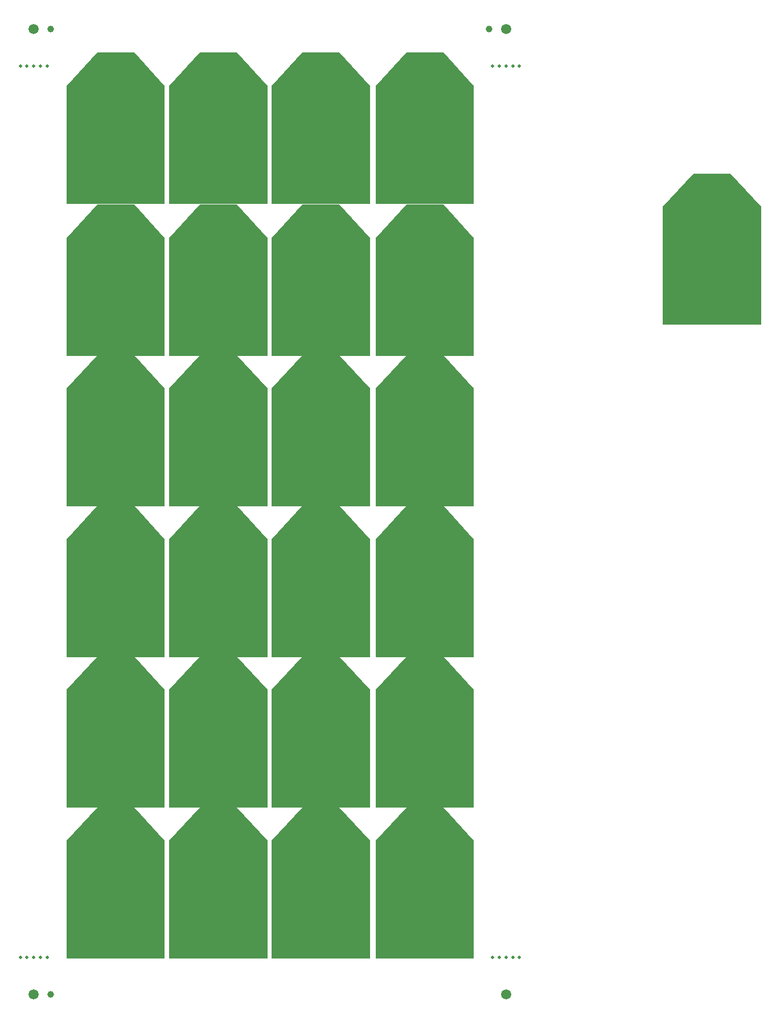
<source format=gbr>
%TF.GenerationSoftware,KiCad,Pcbnew,9.0.3*%
%TF.CreationDate,2025-07-24T13:44:44-05:00*%
%TF.ProjectId,panel,70616e65-6c2e-46b6-9963-61645f706362,rev?*%
%TF.SameCoordinates,Original*%
%TF.FileFunction,Soldermask,Top*%
%TF.FilePolarity,Negative*%
%FSLAX46Y46*%
G04 Gerber Fmt 4.6, Leading zero omitted, Abs format (unit mm)*
G04 Created by KiCad (PCBNEW 9.0.3) date 2025-07-24 13:44:44*
%MOMM*%
%LPD*%
G01*
G04 APERTURE LIST*
%ADD10C,0.000000*%
%ADD11C,0.500000*%
%ADD12C,1.000000*%
%ADD13C,1.500000*%
G04 APERTURE END LIST*
D10*
G36*
X148170725Y-143123682D02*
G01*
X148170725Y-160629882D01*
X140850949Y-160629882D01*
X133531173Y-160629882D01*
X133531173Y-143123682D01*
X138100949Y-138170118D01*
X140850949Y-138170118D01*
X143600949Y-138170118D01*
X148170725Y-143123682D01*
G37*
G36*
X178855235Y-143123682D02*
G01*
X178855235Y-160629882D01*
X171535459Y-160629882D01*
X164215683Y-160629882D01*
X164215683Y-143123682D01*
X168785459Y-138170118D01*
X171535459Y-138170118D01*
X174285459Y-138170118D01*
X178855235Y-143123682D01*
G37*
G36*
X132879638Y-143121568D02*
G01*
X132879638Y-160627768D01*
X125559862Y-160627768D01*
X118240086Y-160627768D01*
X118240086Y-143121568D01*
X122809862Y-138168004D01*
X125559862Y-138168004D01*
X128309862Y-138168004D01*
X132879638Y-143121568D01*
G37*
G36*
X163435227Y-143123682D02*
G01*
X163435227Y-160629882D01*
X156115451Y-160629882D01*
X148795675Y-160629882D01*
X148795675Y-143123682D01*
X153365451Y-138170118D01*
X156115451Y-138170118D01*
X158865451Y-138170118D01*
X163435227Y-143123682D01*
G37*
G36*
X148170725Y-120723682D02*
G01*
X148170725Y-138229882D01*
X140850949Y-138229882D01*
X133531173Y-138229882D01*
X133531173Y-120723682D01*
X138100949Y-115770118D01*
X140850949Y-115770118D01*
X143600949Y-115770118D01*
X148170725Y-120723682D01*
G37*
G36*
X178855235Y-120723682D02*
G01*
X178855235Y-138229882D01*
X171535459Y-138229882D01*
X164215683Y-138229882D01*
X164215683Y-120723682D01*
X168785459Y-115770118D01*
X171535459Y-115770118D01*
X174285459Y-115770118D01*
X178855235Y-120723682D01*
G37*
G36*
X132879638Y-120721568D02*
G01*
X132879638Y-138227768D01*
X125559862Y-138227768D01*
X118240086Y-138227768D01*
X118240086Y-120721568D01*
X122809862Y-115768004D01*
X125559862Y-115768004D01*
X128309862Y-115768004D01*
X132879638Y-120721568D01*
G37*
G36*
X163435227Y-120723682D02*
G01*
X163435227Y-138229882D01*
X156115451Y-138229882D01*
X148795675Y-138229882D01*
X148795675Y-120723682D01*
X153365451Y-115770118D01*
X156115451Y-115770118D01*
X158865451Y-115770118D01*
X163435227Y-120723682D01*
G37*
G36*
X148170725Y-98323682D02*
G01*
X148170725Y-115829882D01*
X140850949Y-115829882D01*
X133531173Y-115829882D01*
X133531173Y-98323682D01*
X138100949Y-93370118D01*
X140850949Y-93370118D01*
X143600949Y-93370118D01*
X148170725Y-98323682D01*
G37*
G36*
X178855235Y-98323682D02*
G01*
X178855235Y-115829882D01*
X171535459Y-115829882D01*
X164215683Y-115829882D01*
X164215683Y-98323682D01*
X168785459Y-93370118D01*
X171535459Y-93370118D01*
X174285459Y-93370118D01*
X178855235Y-98323682D01*
G37*
G36*
X132879638Y-98321568D02*
G01*
X132879638Y-115827768D01*
X125559862Y-115827768D01*
X118240086Y-115827768D01*
X118240086Y-98321568D01*
X122809862Y-93368004D01*
X125559862Y-93368004D01*
X128309862Y-93368004D01*
X132879638Y-98321568D01*
G37*
G36*
X163435227Y-98323682D02*
G01*
X163435227Y-115829882D01*
X156115451Y-115829882D01*
X148795675Y-115829882D01*
X148795675Y-98323682D01*
X153365451Y-93370118D01*
X156115451Y-93370118D01*
X158865451Y-93370118D01*
X163435227Y-98323682D01*
G37*
G36*
X132879638Y-75921568D02*
G01*
X132879638Y-93427768D01*
X125559862Y-93427768D01*
X118240086Y-93427768D01*
X118240086Y-75921568D01*
X122809862Y-70968004D01*
X125559862Y-70968004D01*
X128309862Y-70968004D01*
X132879638Y-75921568D01*
G37*
G36*
X148170725Y-75923682D02*
G01*
X148170725Y-93429882D01*
X140850949Y-93429882D01*
X133531173Y-93429882D01*
X133531173Y-75923682D01*
X138100949Y-70970118D01*
X140850949Y-70970118D01*
X143600949Y-70970118D01*
X148170725Y-75923682D01*
G37*
G36*
X163435227Y-75923682D02*
G01*
X163435227Y-93429882D01*
X156115451Y-93429882D01*
X148795675Y-93429882D01*
X148795675Y-75923682D01*
X153365451Y-70970118D01*
X156115451Y-70970118D01*
X158865451Y-70970118D01*
X163435227Y-75923682D01*
G37*
G36*
X178855235Y-75923682D02*
G01*
X178855235Y-93429882D01*
X171535459Y-93429882D01*
X164215683Y-93429882D01*
X164215683Y-75923682D01*
X168785459Y-70970118D01*
X171535459Y-70970118D01*
X174285459Y-70970118D01*
X178855235Y-75923682D01*
G37*
G36*
X132879638Y-53521568D02*
G01*
X132879638Y-71027768D01*
X125559862Y-71027768D01*
X118240086Y-71027768D01*
X118240086Y-53521568D01*
X122809862Y-48568004D01*
X125559862Y-48568004D01*
X128309862Y-48568004D01*
X132879638Y-53521568D01*
G37*
G36*
X148170725Y-53523682D02*
G01*
X148170725Y-71029882D01*
X140850949Y-71029882D01*
X133531173Y-71029882D01*
X133531173Y-53523682D01*
X138100949Y-48570118D01*
X140850949Y-48570118D01*
X143600949Y-48570118D01*
X148170725Y-53523682D01*
G37*
G36*
X178855235Y-53523682D02*
G01*
X178855235Y-71029882D01*
X171535459Y-71029882D01*
X164215683Y-71029882D01*
X164215683Y-53523682D01*
X168785459Y-48570118D01*
X171535459Y-48570118D01*
X174285459Y-48570118D01*
X178855235Y-53523682D01*
G37*
G36*
X163435227Y-53523682D02*
G01*
X163435227Y-71029882D01*
X156115451Y-71029882D01*
X148795675Y-71029882D01*
X148795675Y-53523682D01*
X153365451Y-48570118D01*
X156115451Y-48570118D01*
X158865451Y-48570118D01*
X163435227Y-53523682D01*
G37*
G36*
X178855235Y-30923682D02*
G01*
X178855235Y-48429882D01*
X171535459Y-48429882D01*
X164215683Y-48429882D01*
X164215683Y-30923682D01*
X168785459Y-25970118D01*
X171535459Y-25970118D01*
X174285459Y-25970118D01*
X178855235Y-30923682D01*
G37*
G36*
X163435227Y-30923682D02*
G01*
X163435227Y-48429882D01*
X156115451Y-48429882D01*
X148795675Y-48429882D01*
X148795675Y-30923682D01*
X153365451Y-25970118D01*
X156115451Y-25970118D01*
X158865451Y-25970118D01*
X163435227Y-30923682D01*
G37*
G36*
X148170725Y-30923682D02*
G01*
X148170725Y-48429882D01*
X140850949Y-48429882D01*
X133531173Y-48429882D01*
X133531173Y-30923682D01*
X138100949Y-25970118D01*
X140850949Y-25970118D01*
X143600949Y-25970118D01*
X148170725Y-30923682D01*
G37*
G36*
X132879638Y-30921568D02*
G01*
X132879638Y-48427768D01*
X125559862Y-48427768D01*
X118240086Y-48427768D01*
X118240086Y-30921568D01*
X122809862Y-25968004D01*
X125559862Y-25968004D01*
X128309862Y-25968004D01*
X132879638Y-30921568D01*
G37*
G36*
X221602408Y-48923682D02*
G01*
X221602408Y-66429882D01*
X214282632Y-66429882D01*
X206962856Y-66429882D01*
X206962856Y-48923682D01*
X211532632Y-43970118D01*
X214282632Y-43970118D01*
X217032632Y-43970118D01*
X221602408Y-48923682D01*
G37*
D11*
%TO.C,KiKit_MB_129_5*%
X147300000Y-148895834D03*
%TD*%
%TO.C,KiKit_MB_55_1*%
X134391316Y-81641927D03*
%TD*%
%TO.C,KiKit_MB_57_5*%
X147300000Y-81641927D03*
%TD*%
%TO.C,KiKit_MB_17_2*%
X155154342Y-28200000D03*
%TD*%
%TO.C,KiKit_MB_45_2*%
X177917368Y-56223958D03*
%TD*%
%TO.C,KiKit_MB_37_3*%
X149700000Y-57223958D03*
%TD*%
%TO.C,KiKit_MB_111_2*%
X162608684Y-123477865D03*
%TD*%
%TO.C,KiKit_MB_70_3*%
X177917368Y-86447917D03*
%TD*%
%TO.C,KiKit_MB_131_3*%
X140845658Y-140289845D03*
%TD*%
%TO.C,KiKit_MB_128_4*%
X134391316Y-152701824D03*
%TD*%
%TO.C,KiKit_MB_74_3*%
X119082632Y-108865886D03*
%TD*%
%TO.C,KiKit_MB_147_6*%
X185617368Y-28000000D03*
%TD*%
%TO.C,KiKit_MB_72_5*%
X169463026Y-93053907D03*
%TD*%
%TO.C,KiKit_MB_70_2*%
X177917368Y-85447917D03*
%TD*%
%TO.C,KiKit_MB_79_2*%
X134391316Y-103059896D03*
%TD*%
%TO.C,KiKit_MB_4_5*%
X131991316Y-43611979D03*
%TD*%
%TO.C,KiKit_MB_96_2*%
X172463026Y-115471876D03*
%TD*%
%TO.C,KiKit_MB_118_3*%
X177917368Y-131283855D03*
%TD*%
%TO.C,KiKit_MB_52_4*%
X131991316Y-87447917D03*
%TD*%
%TO.C,KiKit_MB_127_5*%
X134391316Y-144895834D03*
%TD*%
%TO.C,KiKit_MB_43_2*%
X165008684Y-58223958D03*
%TD*%
%TO.C,KiKit_MB_88_5*%
X162608684Y-110865886D03*
%TD*%
%TO.C,KiKit_MB_45_5*%
X177917368Y-59223958D03*
%TD*%
%TO.C,KiKit_MB_72_2*%
X172463026Y-93053907D03*
%TD*%
%TO.C,KiKit_MB_32_3*%
X134391316Y-64029948D03*
%TD*%
%TO.C,KiKit_MB_17_4*%
X157154342Y-28200000D03*
%TD*%
%TO.C,KiKit_MB_40_5*%
X162608684Y-66029948D03*
%TD*%
%TO.C,KiKit_MB_56_1*%
X134391316Y-88447917D03*
%TD*%
%TO.C,KiKit_MB_20_1*%
X165008684Y-43611979D03*
%TD*%
%TO.C,KiKit_MB_116_4*%
X165008684Y-130283855D03*
%TD*%
%TO.C,KiKit_MB_134_4*%
X149700000Y-152701824D03*
%TD*%
%TO.C,KiKit_MB_7_1*%
X134391316Y-36805990D03*
%TD*%
%TO.C,KiKit_MB_8_2*%
X134391316Y-42611979D03*
%TD*%
%TO.C,KiKit_MB_69_1*%
X177917368Y-77641927D03*
%TD*%
%TO.C,KiKit_MB_119_4*%
X172463026Y-117871876D03*
%TD*%
%TO.C,KiKit_MB_119_3*%
X171463026Y-117871876D03*
%TD*%
%TO.C,KiKit_MB_104_2*%
X134391316Y-132283855D03*
%TD*%
%TO.C,KiKit_MB_55_5*%
X134391316Y-77641927D03*
%TD*%
%TO.C,KiKit_MB_50_3*%
X119082632Y-86447917D03*
%TD*%
%TO.C,KiKit_MB_116_3*%
X165008684Y-131283855D03*
%TD*%
%TO.C,KiKit_MB_135_5*%
X162608684Y-148895834D03*
%TD*%
%TO.C,KiKit_MB_100_2*%
X131991316Y-130283855D03*
%TD*%
%TO.C,KiKit_MB_64_5*%
X162608684Y-88447917D03*
%TD*%
%TO.C,KiKit_MB_127_2*%
X134391316Y-147895834D03*
%TD*%
%TO.C,KiKit_MB_51_3*%
X131991316Y-79641927D03*
%TD*%
%TO.C,KiKit_MB_92_3*%
X165008684Y-108865886D03*
%TD*%
%TO.C,KiKit_MB_90_5*%
X154154342Y-115471876D03*
%TD*%
%TO.C,KiKit_MB_68_2*%
X165008684Y-87447917D03*
%TD*%
%TO.C,KiKit_MB_13_4*%
X149700000Y-33805990D03*
%TD*%
%TO.C,KiKit_MB_110_3*%
X149700000Y-131283855D03*
%TD*%
%TO.C,KiKit_MB_143_3*%
X171463026Y-140289845D03*
%TD*%
%TO.C,KiKit_MB_120_2*%
X172463026Y-137889845D03*
%TD*%
%TO.C,KiKit_MB_59_3*%
X140845658Y-73035938D03*
%TD*%
%TO.C,KiKit_MB_51_5*%
X131991316Y-81641927D03*
%TD*%
%TO.C,KiKit_MB_72_3*%
X171463026Y-93053907D03*
%TD*%
%TO.C,KiKit_MB_107_4*%
X141845658Y-117871876D03*
%TD*%
%TO.C,KiKit_MB_40_2*%
X162608684Y-63029948D03*
%TD*%
%TO.C,KiKit_MB_33_3*%
X147300000Y-57223958D03*
%TD*%
%TO.C,KiKit_MB_77_4*%
X126536974Y-95453907D03*
%TD*%
%TO.C,KiKit_MB_80_1*%
X134391316Y-110865886D03*
%TD*%
%TO.C,KiKit_MB_111_5*%
X162608684Y-126477865D03*
%TD*%
%TO.C,KiKit_MB_5_2*%
X124536974Y-28200000D03*
%TD*%
%TO.C,KiKit_MB_72_4*%
X170463026Y-93053907D03*
%TD*%
%TO.C,KiKit_MB_1_5*%
X119082632Y-32805990D03*
%TD*%
%TO.C,KiKit_MB_34_5*%
X147300000Y-66029948D03*
%TD*%
%TO.C,KiKit_MB_56_3*%
X134391316Y-86447917D03*
%TD*%
%TO.C,KiKit_MB_114_5*%
X154154342Y-137889845D03*
%TD*%
%TO.C,KiKit_MB_13_2*%
X149700000Y-35805990D03*
%TD*%
%TO.C,KiKit_MB_20_5*%
X165008684Y-39611979D03*
%TD*%
%TO.C,KiKit_MB_137_3*%
X156154342Y-140289845D03*
%TD*%
%TO.C,KiKit_MB_122_1*%
X119082632Y-155701824D03*
%TD*%
%TO.C,KiKit_MB_115_2*%
X165008684Y-125477865D03*
%TD*%
%TO.C,KiKit_MB_114_4*%
X155154342Y-137889845D03*
%TD*%
%TO.C,KiKit_MB_53_5*%
X127536974Y-73035938D03*
%TD*%
%TO.C,KiKit_MB_120_3*%
X171463026Y-137889845D03*
%TD*%
%TO.C,KiKit_MB_125_3*%
X125536974Y-140289845D03*
%TD*%
%TO.C,KiKit_MB_137_4*%
X157154342Y-140289845D03*
%TD*%
%TO.C,KiKit_MB_104_3*%
X134391316Y-131283855D03*
%TD*%
%TO.C,KiKit_MB_50_4*%
X119082632Y-85447917D03*
%TD*%
%TO.C,KiKit_MB_16_3*%
X162608684Y-41611979D03*
%TD*%
%TO.C,KiKit_MB_46_1*%
X177917368Y-62029948D03*
%TD*%
%TO.C,KiKit_MB_143_1*%
X169463026Y-140289845D03*
%TD*%
%TO.C,KiKit_MB_132_1*%
X142845658Y-160307814D03*
%TD*%
%TO.C,KiKit_MB_61_3*%
X149700000Y-79641927D03*
%TD*%
%TO.C,KiKit_MB_30_5*%
X123536974Y-70635938D03*
%TD*%
%TO.C,KiKit_MB_54_2*%
X126536974Y-93053907D03*
%TD*%
%TO.C,KiKit_MB_16_1*%
X162608684Y-39611979D03*
%TD*%
%TO.C,KiKit_MB_33_1*%
X147300000Y-55223958D03*
%TD*%
%TO.C,KiKit_MB_30_1*%
X127536974Y-70635938D03*
%TD*%
%TO.C,KiKit_MB_61_4*%
X149700000Y-78641927D03*
%TD*%
%TO.C,KiKit_MB_23_2*%
X170463026Y-28200000D03*
%TD*%
%TO.C,KiKit_MB_95_5*%
X173463026Y-95453907D03*
%TD*%
%TO.C,KiKit_MB_27_1*%
X131991316Y-55223958D03*
%TD*%
%TO.C,KiKit_MB_108_3*%
X140845658Y-137889845D03*
%TD*%
%TO.C,KiKit_MB_70_4*%
X177917368Y-87447917D03*
%TD*%
%TO.C,KiKit_MB_89_2*%
X155154342Y-95453907D03*
%TD*%
%TO.C,KiKit_MB_59_5*%
X142845658Y-73035938D03*
%TD*%
%TO.C,KiKit_MB_77_5*%
X127536974Y-95453907D03*
%TD*%
%TO.C,KiKit_MB_42_5*%
X154154342Y-70635938D03*
%TD*%
%TO.C,KiKit_MB_15_2*%
X162608684Y-33805990D03*
%TD*%
%TO.C,KiKit_MB_110_5*%
X149700000Y-129283855D03*
%TD*%
%TO.C,KiKit_MB_92_5*%
X165008684Y-106865886D03*
%TD*%
%TO.C,KiKit_MB_93_1*%
X177917368Y-100059896D03*
%TD*%
%TO.C,KiKit_MB_75_4*%
X131991316Y-103059896D03*
%TD*%
%TO.C,KiKit_MB_13_1*%
X149700000Y-36805990D03*
%TD*%
%TO.C,KiKit_MB_107_1*%
X138845658Y-117871876D03*
%TD*%
%TO.C,KiKit_MB_65_5*%
X158154342Y-73035938D03*
%TD*%
%TO.C,KiKit_MB_33_2*%
X147300000Y-56223958D03*
%TD*%
%TO.C,KiKit_MB_138_2*%
X157154342Y-160307814D03*
%TD*%
%TO.C,KiKit_MB_24_1*%
X173463026Y-48217969D03*
%TD*%
%TO.C,KiKit_MB_139_1*%
X165008684Y-148895834D03*
%TD*%
%TO.C,KiKit_MB_66_5*%
X154154342Y-93053907D03*
%TD*%
%TO.C,KiKit_MB_128_1*%
X134391316Y-155701824D03*
%TD*%
%TO.C,KiKit_MB_79_3*%
X134391316Y-102059896D03*
%TD*%
%TO.C,KiKit_MB_40_3*%
X162608684Y-64029948D03*
%TD*%
%TO.C,KiKit_MB_3_4*%
X131991316Y-35805990D03*
%TD*%
%TO.C,KiKit_MB_49_4*%
X119082632Y-78641927D03*
%TD*%
%TO.C,KiKit_MB_140_3*%
X165008684Y-153701824D03*
%TD*%
%TO.C,KiKit_MB_95_4*%
X172463026Y-95453907D03*
%TD*%
%TO.C,KiKit_MB_18_5*%
X154154342Y-48217969D03*
%TD*%
%TO.C,KiKit_MB_108_1*%
X142845658Y-137889845D03*
%TD*%
%TO.C,KiKit_MB_106_5*%
X147300000Y-133283855D03*
%TD*%
%TO.C,KiKit_MB_11_2*%
X139845658Y-28200000D03*
%TD*%
%TO.C,KiKit_MB_10_3*%
X147300000Y-41611979D03*
%TD*%
%TO.C,KiKit_MB_91_3*%
X165008684Y-102059896D03*
%TD*%
%TO.C,KiKit_MB_118_4*%
X177917368Y-132283855D03*
%TD*%
%TO.C,KiKit_MB_127_1*%
X134391316Y-148895834D03*
%TD*%
%TO.C,KiKit_MB_143_5*%
X173463026Y-140289845D03*
%TD*%
%TO.C,KiKit_MB_95_2*%
X170463026Y-95453907D03*
%TD*%
%TO.C,KiKit_MB_84_3*%
X140845658Y-115471876D03*
%TD*%
%TO.C,KiKit_MB_65_1*%
X154154342Y-73035938D03*
%TD*%
%TO.C,KiKit_MB_45_4*%
X177917368Y-58223958D03*
%TD*%
%TO.C,KiKit_MB_78_3*%
X125536974Y-115471876D03*
%TD*%
%TO.C,KiKit_MB_126_2*%
X126536974Y-160307814D03*
%TD*%
%TO.C,KiKit_MB_144_1*%
X173463026Y-160307814D03*
%TD*%
%TO.C,KiKit_MB_146_2*%
X111382632Y-160507814D03*
%TD*%
%TO.C,KiKit_MB_48_3*%
X171463026Y-70635938D03*
%TD*%
%TO.C,KiKit_MB_7_2*%
X134391316Y-35805990D03*
%TD*%
%TO.C,KiKit_MB_130_5*%
X147300000Y-155701824D03*
%TD*%
%TO.C,KiKit_MB_112_4*%
X162608684Y-132283855D03*
%TD*%
%TO.C,KiKit_MB_67_5*%
X165008684Y-77641927D03*
%TD*%
%TO.C,KiKit_MB_44_1*%
X165008684Y-66029948D03*
%TD*%
%TO.C,KiKit_MB_52_3*%
X131991316Y-86447917D03*
%TD*%
%TO.C,KiKit_MB_58_4*%
X147300000Y-87447917D03*
%TD*%
%TO.C,KiKit_MB_133_2*%
X149700000Y-147895834D03*
%TD*%
%TO.C,KiKit_MB_78_4*%
X124536974Y-115471876D03*
%TD*%
%TO.C,KiKit_MB_139_4*%
X165008684Y-145895834D03*
%TD*%
%TO.C,KiKit_MB_86_1*%
X149700000Y-110865886D03*
%TD*%
%TO.C,KiKit_MB_47_3*%
X171463026Y-50617969D03*
%TD*%
%TO.C,KiKit_MB_93_4*%
X177917368Y-103059896D03*
%TD*%
%TO.C,KiKit_MB_121_1*%
X119082632Y-148895834D03*
%TD*%
%TO.C,KiKit_MB_48_5*%
X169463026Y-70635938D03*
%TD*%
%TO.C,KiKit_MB_95_1*%
X169463026Y-95453907D03*
%TD*%
%TO.C,KiKit_MB_63_5*%
X162608684Y-81641927D03*
%TD*%
%TO.C,KiKit_MB_106_2*%
X147300000Y-130283855D03*
%TD*%
%TO.C,KiKit_MB_83_5*%
X142845658Y-95453907D03*
%TD*%
%TO.C,KiKit_MB_107_2*%
X139845658Y-117871876D03*
%TD*%
%TO.C,KiKit_MB_28_3*%
X131991316Y-64029948D03*
%TD*%
%TO.C,KiKit_MB_60_2*%
X141845658Y-93053907D03*
%TD*%
%TO.C,KiKit_MB_94_3*%
X177917368Y-108865886D03*
%TD*%
%TO.C,KiKit_MB_83_1*%
X138845658Y-95453907D03*
%TD*%
%TO.C,KiKit_MB_90_3*%
X156154342Y-115471876D03*
%TD*%
%TO.C,KiKit_MB_1_3*%
X119082632Y-34805990D03*
%TD*%
%TO.C,KiKit_MB_145_5*%
X114382632Y-28000000D03*
%TD*%
%TO.C,KiKit_MB_111_4*%
X162608684Y-125477865D03*
%TD*%
%TO.C,KiKit_MB_126_5*%
X123536974Y-160307814D03*
%TD*%
%TO.C,KiKit_MB_42_3*%
X156154342Y-70635938D03*
%TD*%
%TO.C,KiKit_MB_33_4*%
X147300000Y-58223958D03*
%TD*%
%TO.C,KiKit_MB_93_3*%
X177917368Y-102059896D03*
%TD*%
D12*
%TO.C,KiKit_FID_T_2*%
X181117368Y-22500000D03*
%TD*%
D11*
%TO.C,KiKit_MB_124_5*%
X131991316Y-155701824D03*
%TD*%
%TO.C,KiKit_MB_106_1*%
X147300000Y-129283855D03*
%TD*%
%TO.C,KiKit_MB_119_1*%
X169463026Y-117871876D03*
%TD*%
%TO.C,KiKit_MB_47_4*%
X172463026Y-50617969D03*
%TD*%
%TO.C,KiKit_MB_70_5*%
X177917368Y-88447917D03*
%TD*%
%TO.C,KiKit_MB_87_4*%
X162608684Y-103059896D03*
%TD*%
%TO.C,KiKit_MB_7_4*%
X134391316Y-33805990D03*
%TD*%
%TO.C,KiKit_MB_3_5*%
X131991316Y-36805990D03*
%TD*%
%TO.C,KiKit_MB_33_5*%
X147300000Y-59223958D03*
%TD*%
%TO.C,KiKit_MB_80_4*%
X134391316Y-107865886D03*
%TD*%
%TO.C,KiKit_MB_146_5*%
X114382632Y-160507814D03*
%TD*%
%TO.C,KiKit_MB_82_4*%
X147300000Y-109865886D03*
%TD*%
%TO.C,KiKit_MB_50_1*%
X119082632Y-88447917D03*
%TD*%
%TO.C,KiKit_MB_3_3*%
X131991316Y-34805990D03*
%TD*%
%TO.C,KiKit_MB_84_2*%
X141845658Y-115471876D03*
%TD*%
%TO.C,KiKit_MB_123_5*%
X131991316Y-148895834D03*
%TD*%
%TO.C,KiKit_MB_105_5*%
X147300000Y-126477865D03*
%TD*%
%TO.C,KiKit_MB_101_1*%
X123536974Y-117871876D03*
%TD*%
%TO.C,KiKit_MB_26_5*%
X119082632Y-62029948D03*
%TD*%
%TO.C,KiKit_MB_147_2*%
X181617368Y-28000000D03*
%TD*%
%TO.C,KiKit_MB_25_5*%
X119082632Y-55223958D03*
%TD*%
%TO.C,KiKit_MB_90_1*%
X158154342Y-115471876D03*
%TD*%
%TO.C,KiKit_MB_125_2*%
X124536974Y-140289845D03*
%TD*%
%TO.C,KiKit_MB_82_1*%
X147300000Y-106865886D03*
%TD*%
%TO.C,KiKit_MB_56_5*%
X134391316Y-84447917D03*
%TD*%
%TO.C,KiKit_MB_101_4*%
X126536974Y-117871876D03*
%TD*%
%TO.C,KiKit_MB_31_4*%
X134391316Y-56223958D03*
%TD*%
%TO.C,KiKit_MB_54_1*%
X127536974Y-93053907D03*
%TD*%
%TO.C,KiKit_MB_7_3*%
X134391316Y-34805990D03*
%TD*%
%TO.C,KiKit_MB_91_5*%
X165008684Y-100059896D03*
%TD*%
%TO.C,KiKit_MB_132_2*%
X141845658Y-160307814D03*
%TD*%
%TO.C,KiKit_MB_136_1*%
X162608684Y-151701824D03*
%TD*%
%TO.C,KiKit_MB_112_5*%
X162608684Y-133283855D03*
%TD*%
%TO.C,KiKit_MB_5_3*%
X125536974Y-28200000D03*
%TD*%
%TO.C,KiKit_MB_10_4*%
X147300000Y-42611979D03*
%TD*%
%TO.C,KiKit_MB_46_3*%
X177917368Y-64029948D03*
%TD*%
%TO.C,KiKit_MB_93_2*%
X177917368Y-101059896D03*
%TD*%
%TO.C,KiKit_MB_22_1*%
X177917368Y-39611979D03*
%TD*%
%TO.C,KiKit_MB_84_5*%
X138845658Y-115471876D03*
%TD*%
%TO.C,KiKit_MB_84_1*%
X142845658Y-115471876D03*
%TD*%
%TO.C,KiKit_MB_144_2*%
X172463026Y-160307814D03*
%TD*%
%TO.C,KiKit_MB_132_3*%
X140845658Y-160307814D03*
%TD*%
%TO.C,KiKit_MB_52_2*%
X131991316Y-85447917D03*
%TD*%
%TO.C,KiKit_MB_28_5*%
X131991316Y-66029948D03*
%TD*%
%TO.C,KiKit_MB_38_4*%
X149700000Y-63029948D03*
%TD*%
%TO.C,KiKit_MB_21_5*%
X177917368Y-36805990D03*
%TD*%
%TO.C,KiKit_MB_83_4*%
X141845658Y-95453907D03*
%TD*%
%TO.C,KiKit_MB_75_5*%
X131991316Y-104059896D03*
%TD*%
%TO.C,KiKit_MB_129_1*%
X147300000Y-144895834D03*
%TD*%
%TO.C,KiKit_MB_35_1*%
X138845658Y-50617969D03*
%TD*%
%TO.C,KiKit_MB_101_3*%
X125536974Y-117871876D03*
%TD*%
%TO.C,KiKit_MB_1_4*%
X119082632Y-33805990D03*
%TD*%
%TO.C,KiKit_MB_2_5*%
X119082632Y-39611979D03*
%TD*%
%TO.C,KiKit_MB_4_4*%
X131991316Y-42611979D03*
%TD*%
%TO.C,KiKit_MB_39_1*%
X162608684Y-55223958D03*
%TD*%
%TO.C,KiKit_MB_96_3*%
X171463026Y-115471876D03*
%TD*%
%TO.C,KiKit_MB_38_2*%
X149700000Y-65029948D03*
%TD*%
%TO.C,KiKit_MB_83_3*%
X140845658Y-95453907D03*
%TD*%
%TO.C,KiKit_MB_59_4*%
X141845658Y-73035938D03*
%TD*%
%TO.C,KiKit_MB_140_5*%
X165008684Y-151701824D03*
%TD*%
%TO.C,KiKit_MB_121_3*%
X119082632Y-146895834D03*
%TD*%
%TO.C,KiKit_MB_42_2*%
X157154342Y-70635938D03*
%TD*%
%TO.C,KiKit_MB_137_2*%
X155154342Y-140289845D03*
%TD*%
%TO.C,KiKit_MB_107_3*%
X140845658Y-117871876D03*
%TD*%
%TO.C,KiKit_MB_102_2*%
X126536974Y-137889845D03*
%TD*%
%TO.C,KiKit_MB_73_2*%
X119082632Y-103059896D03*
%TD*%
%TO.C,KiKit_MB_12_2*%
X141845658Y-48217969D03*
%TD*%
%TO.C,KiKit_MB_123_1*%
X131991316Y-144895834D03*
%TD*%
%TO.C,KiKit_MB_18_3*%
X156154342Y-48217969D03*
%TD*%
%TO.C,KiKit_MB_130_3*%
X147300000Y-153701824D03*
%TD*%
%TO.C,KiKit_MB_80_3*%
X134391316Y-108865886D03*
%TD*%
%TO.C,KiKit_MB_104_4*%
X134391316Y-130283855D03*
%TD*%
%TO.C,KiKit_MB_60_5*%
X138845658Y-93053907D03*
%TD*%
%TO.C,KiKit_MB_128_3*%
X134391316Y-153701824D03*
%TD*%
%TO.C,KiKit_MB_68_5*%
X165008684Y-84447917D03*
%TD*%
%TO.C,KiKit_MB_28_2*%
X131991316Y-63029948D03*
%TD*%
%TO.C,KiKit_MB_71_4*%
X172463026Y-73035938D03*
%TD*%
%TO.C,KiKit_MB_90_4*%
X155154342Y-115471876D03*
%TD*%
%TO.C,KiKit_MB_110_1*%
X149700000Y-133283855D03*
%TD*%
%TO.C,KiKit_MB_114_2*%
X157154342Y-137889845D03*
%TD*%
%TO.C,KiKit_MB_114_3*%
X156154342Y-137889845D03*
%TD*%
%TO.C,KiKit_MB_49_2*%
X119082632Y-80641927D03*
%TD*%
%TO.C,KiKit_MB_144_5*%
X169463026Y-160307814D03*
%TD*%
%TO.C,KiKit_MB_15_3*%
X162608684Y-34805990D03*
%TD*%
%TO.C,KiKit_MB_148_3*%
X182617368Y-160507814D03*
%TD*%
%TO.C,KiKit_MB_78_5*%
X123536974Y-115471876D03*
%TD*%
%TO.C,KiKit_MB_146_6*%
X115382632Y-160507814D03*
%TD*%
%TO.C,KiKit_MB_36_3*%
X140845658Y-70635938D03*
%TD*%
%TO.C,KiKit_MB_51_1*%
X131991316Y-77641927D03*
%TD*%
%TO.C,KiKit_MB_63_2*%
X162608684Y-78641927D03*
%TD*%
%TO.C,KiKit_MB_2_1*%
X119082632Y-43611979D03*
%TD*%
%TO.C,KiKit_MB_123_2*%
X131991316Y-145895834D03*
%TD*%
%TO.C,KiKit_MB_4_3*%
X131991316Y-41611979D03*
%TD*%
%TO.C,KiKit_MB_48_1*%
X173463026Y-70635938D03*
%TD*%
%TO.C,KiKit_MB_66_4*%
X155154342Y-93053907D03*
%TD*%
%TO.C,KiKit_MB_4_1*%
X131991316Y-39611979D03*
%TD*%
%TO.C,KiKit_MB_62_3*%
X149700000Y-86447917D03*
%TD*%
%TO.C,KiKit_MB_118_5*%
X177917368Y-133283855D03*
%TD*%
%TO.C,KiKit_MB_6_4*%
X124536974Y-48217969D03*
%TD*%
%TO.C,KiKit_MB_24_5*%
X169463026Y-48217969D03*
%TD*%
%TO.C,KiKit_MB_54_5*%
X123536974Y-93053907D03*
%TD*%
%TO.C,KiKit_MB_133_5*%
X149700000Y-144895834D03*
%TD*%
%TO.C,KiKit_MB_76_1*%
X131991316Y-106865886D03*
%TD*%
%TO.C,KiKit_MB_76_5*%
X131991316Y-110865886D03*
%TD*%
%TO.C,KiKit_MB_37_4*%
X149700000Y-56223958D03*
%TD*%
%TO.C,KiKit_MB_17_5*%
X158154342Y-28200000D03*
%TD*%
%TO.C,KiKit_MB_24_4*%
X170463026Y-48217969D03*
%TD*%
%TO.C,KiKit_MB_123_3*%
X131991316Y-146895834D03*
%TD*%
%TO.C,KiKit_MB_36_2*%
X141845658Y-70635938D03*
%TD*%
%TO.C,KiKit_MB_62_5*%
X149700000Y-84447917D03*
%TD*%
%TO.C,KiKit_MB_21_1*%
X177917368Y-32805990D03*
%TD*%
%TO.C,KiKit_MB_138_4*%
X155154342Y-160307814D03*
%TD*%
%TO.C,KiKit_MB_34_4*%
X147300000Y-65029948D03*
%TD*%
%TO.C,KiKit_MB_75_2*%
X131991316Y-101059896D03*
%TD*%
%TO.C,KiKit_MB_87_2*%
X162608684Y-101059896D03*
%TD*%
%TO.C,KiKit_MB_121_4*%
X119082632Y-145895834D03*
%TD*%
%TO.C,KiKit_MB_61_2*%
X149700000Y-80641927D03*
%TD*%
%TO.C,KiKit_MB_141_1*%
X177917368Y-144895834D03*
%TD*%
%TO.C,KiKit_MB_14_2*%
X149700000Y-42611979D03*
%TD*%
%TO.C,KiKit_MB_34_1*%
X147300000Y-62029948D03*
%TD*%
%TO.C,KiKit_MB_43_3*%
X165008684Y-57223958D03*
%TD*%
%TO.C,KiKit_MB_29_4*%
X126536974Y-50617969D03*
%TD*%
%TO.C,KiKit_MB_67_1*%
X165008684Y-81641927D03*
%TD*%
%TO.C,KiKit_MB_14_5*%
X149700000Y-39611979D03*
%TD*%
%TO.C,KiKit_MB_5_4*%
X126536974Y-28200000D03*
%TD*%
%TO.C,KiKit_MB_63_1*%
X162608684Y-77641927D03*
%TD*%
%TO.C,KiKit_MB_16_2*%
X162608684Y-40611979D03*
%TD*%
%TO.C,KiKit_MB_112_2*%
X162608684Y-130283855D03*
%TD*%
%TO.C,KiKit_MB_117_4*%
X177917368Y-125477865D03*
%TD*%
%TO.C,KiKit_MB_128_5*%
X134391316Y-151701824D03*
%TD*%
%TO.C,KiKit_MB_30_2*%
X126536974Y-70635938D03*
%TD*%
%TO.C,KiKit_MB_22_4*%
X177917368Y-42611979D03*
%TD*%
%TO.C,KiKit_MB_118_2*%
X177917368Y-130283855D03*
%TD*%
%TO.C,KiKit_MB_30_3*%
X125536974Y-70635938D03*
%TD*%
%TO.C,KiKit_MB_124_1*%
X131991316Y-151701824D03*
%TD*%
%TO.C,KiKit_MB_35_5*%
X142845658Y-50617969D03*
%TD*%
%TO.C,KiKit_MB_138_1*%
X158154342Y-160307814D03*
%TD*%
%TO.C,KiKit_MB_75_1*%
X131991316Y-100059896D03*
%TD*%
%TO.C,KiKit_MB_140_1*%
X165008684Y-155701824D03*
%TD*%
%TO.C,KiKit_MB_120_4*%
X170463026Y-137889845D03*
%TD*%
%TO.C,KiKit_MB_64_3*%
X162608684Y-86447917D03*
%TD*%
%TO.C,KiKit_MB_133_4*%
X149700000Y-145895834D03*
%TD*%
%TO.C,KiKit_MB_103_1*%
X134391316Y-126477865D03*
%TD*%
%TO.C,KiKit_MB_104_5*%
X134391316Y-129283855D03*
%TD*%
%TO.C,KiKit_MB_116_5*%
X165008684Y-129283855D03*
%TD*%
%TO.C,KiKit_MB_100_5*%
X131991316Y-133283855D03*
%TD*%
%TO.C,KiKit_MB_66_1*%
X158154342Y-93053907D03*
%TD*%
%TO.C,KiKit_MB_85_3*%
X149700000Y-102059896D03*
%TD*%
%TO.C,KiKit_MB_141_3*%
X177917368Y-146895834D03*
%TD*%
%TO.C,KiKit_MB_98_5*%
X119082632Y-129283855D03*
%TD*%
%TO.C,KiKit_MB_68_3*%
X165008684Y-86447917D03*
%TD*%
%TO.C,KiKit_MB_62_2*%
X149700000Y-87447917D03*
%TD*%
%TO.C,KiKit_MB_57_2*%
X147300000Y-78641927D03*
%TD*%
%TO.C,KiKit_MB_78_1*%
X127536974Y-115471876D03*
%TD*%
%TO.C,KiKit_MB_109_3*%
X149700000Y-124477865D03*
%TD*%
%TO.C,KiKit_MB_74_1*%
X119082632Y-110865886D03*
%TD*%
%TO.C,KiKit_MB_58_5*%
X147300000Y-88447917D03*
%TD*%
%TO.C,KiKit_MB_107_5*%
X142845658Y-117871876D03*
%TD*%
%TO.C,KiKit_MB_142_2*%
X177917368Y-152701824D03*
%TD*%
%TO.C,KiKit_MB_23_4*%
X172463026Y-28200000D03*
%TD*%
%TO.C,KiKit_MB_40_1*%
X162608684Y-62029948D03*
%TD*%
%TO.C,KiKit_MB_23_1*%
X169463026Y-28200000D03*
%TD*%
%TO.C,KiKit_MB_91_2*%
X165008684Y-103059896D03*
%TD*%
%TO.C,KiKit_MB_51_4*%
X131991316Y-80641927D03*
%TD*%
%TO.C,KiKit_MB_136_3*%
X162608684Y-153701824D03*
%TD*%
%TO.C,KiKit_MB_135_1*%
X162608684Y-144895834D03*
%TD*%
%TO.C,KiKit_MB_41_3*%
X156154342Y-50617969D03*
%TD*%
%TO.C,KiKit_MB_66_2*%
X157154342Y-93053907D03*
%TD*%
%TO.C,KiKit_MB_132_4*%
X139845658Y-160307814D03*
%TD*%
%TO.C,KiKit_MB_148_4*%
X183617368Y-160507814D03*
%TD*%
%TO.C,KiKit_MB_26_1*%
X119082632Y-66029948D03*
%TD*%
%TO.C,KiKit_MB_92_4*%
X165008684Y-107865886D03*
%TD*%
%TO.C,KiKit_MB_58_2*%
X147300000Y-85447917D03*
%TD*%
%TO.C,KiKit_MB_101_5*%
X127536974Y-117871876D03*
%TD*%
%TO.C,KiKit_MB_64_2*%
X162608684Y-85447917D03*
%TD*%
%TO.C,KiKit_MB_55_4*%
X134391316Y-78641927D03*
%TD*%
%TO.C,KiKit_MB_99_1*%
X131991316Y-122477865D03*
%TD*%
%TO.C,KiKit_MB_19_3*%
X165008684Y-34805990D03*
%TD*%
%TO.C,KiKit_MB_94_2*%
X177917368Y-107865886D03*
%TD*%
%TO.C,KiKit_MB_66_3*%
X156154342Y-93053907D03*
%TD*%
%TO.C,KiKit_MB_72_1*%
X173463026Y-93053907D03*
%TD*%
D13*
%TO.C,KiKit_TO_3*%
X113382632Y-166007814D03*
%TD*%
D11*
%TO.C,KiKit_MB_115_3*%
X165008684Y-124477865D03*
%TD*%
%TO.C,KiKit_MB_43_4*%
X165008684Y-56223958D03*
%TD*%
%TO.C,KiKit_MB_124_2*%
X131991316Y-152701824D03*
%TD*%
%TO.C,KiKit_MB_127_3*%
X134391316Y-146895834D03*
%TD*%
%TO.C,KiKit_MB_13_3*%
X149700000Y-34805990D03*
%TD*%
%TO.C,KiKit_MB_38_1*%
X149700000Y-66029948D03*
%TD*%
%TO.C,KiKit_MB_15_5*%
X162608684Y-36805990D03*
%TD*%
%TO.C,KiKit_MB_69_5*%
X177917368Y-81641927D03*
%TD*%
%TO.C,KiKit_MB_48_2*%
X172463026Y-70635938D03*
%TD*%
%TO.C,KiKit_MB_81_3*%
X147300000Y-102059896D03*
%TD*%
%TO.C,KiKit_MB_85_5*%
X149700000Y-100059896D03*
%TD*%
%TO.C,KiKit_MB_85_4*%
X149700000Y-101059896D03*
%TD*%
%TO.C,KiKit_MB_55_3*%
X134391316Y-79641927D03*
%TD*%
%TO.C,KiKit_MB_47_5*%
X173463026Y-50617969D03*
%TD*%
%TO.C,KiKit_MB_10_1*%
X147300000Y-39611979D03*
%TD*%
%TO.C,KiKit_MB_76_2*%
X131991316Y-107865886D03*
%TD*%
%TO.C,KiKit_MB_144_4*%
X170463026Y-160307814D03*
%TD*%
%TO.C,KiKit_MB_15_4*%
X162608684Y-35805990D03*
%TD*%
%TO.C,KiKit_MB_37_2*%
X149700000Y-58223958D03*
%TD*%
%TO.C,KiKit_MB_71_1*%
X169463026Y-73035938D03*
%TD*%
%TO.C,KiKit_MB_88_1*%
X162608684Y-106865886D03*
%TD*%
%TO.C,KiKit_MB_25_1*%
X119082632Y-59223958D03*
%TD*%
%TO.C,KiKit_MB_5_5*%
X127536974Y-28200000D03*
%TD*%
%TO.C,KiKit_MB_123_4*%
X131991316Y-147895834D03*
%TD*%
%TO.C,KiKit_MB_64_4*%
X162608684Y-87447917D03*
%TD*%
%TO.C,KiKit_MB_135_2*%
X162608684Y-145895834D03*
%TD*%
%TO.C,KiKit_MB_20_4*%
X165008684Y-40611979D03*
%TD*%
%TO.C,KiKit_MB_47_2*%
X170463026Y-50617969D03*
%TD*%
%TO.C,KiKit_MB_35_4*%
X141845658Y-50617969D03*
%TD*%
%TO.C,KiKit_MB_57_4*%
X147300000Y-80641927D03*
%TD*%
%TO.C,KiKit_MB_98_2*%
X119082632Y-132283855D03*
%TD*%
%TO.C,KiKit_MB_24_3*%
X171463026Y-48217969D03*
%TD*%
%TO.C,KiKit_MB_71_2*%
X170463026Y-73035938D03*
%TD*%
%TO.C,KiKit_MB_48_4*%
X170463026Y-70635938D03*
%TD*%
%TO.C,KiKit_MB_27_2*%
X131991316Y-56223958D03*
%TD*%
%TO.C,KiKit_MB_78_2*%
X126536974Y-115471876D03*
%TD*%
%TO.C,KiKit_MB_103_4*%
X134391316Y-123477865D03*
%TD*%
%TO.C,KiKit_MB_86_3*%
X149700000Y-108865886D03*
%TD*%
%TO.C,KiKit_MB_70_1*%
X177917368Y-84447917D03*
%TD*%
%TO.C,KiKit_MB_14_4*%
X149700000Y-40611979D03*
%TD*%
%TO.C,KiKit_MB_105_3*%
X147300000Y-124477865D03*
%TD*%
%TO.C,KiKit_MB_17_1*%
X154154342Y-28200000D03*
%TD*%
%TO.C,KiKit_MB_89_1*%
X154154342Y-95453907D03*
%TD*%
%TO.C,KiKit_MB_145_2*%
X111382632Y-28000000D03*
%TD*%
%TO.C,KiKit_MB_21_2*%
X177917368Y-33805990D03*
%TD*%
%TO.C,KiKit_MB_73_3*%
X119082632Y-102059896D03*
%TD*%
%TO.C,KiKit_MB_39_2*%
X162608684Y-56223958D03*
%TD*%
%TO.C,KiKit_MB_132_5*%
X138845658Y-160307814D03*
%TD*%
%TO.C,KiKit_MB_98_4*%
X119082632Y-130283855D03*
%TD*%
%TO.C,KiKit_MB_69_2*%
X177917368Y-78641927D03*
%TD*%
%TO.C,KiKit_MB_109_1*%
X149700000Y-126477865D03*
%TD*%
%TO.C,KiKit_MB_87_3*%
X162608684Y-102059896D03*
%TD*%
%TO.C,KiKit_MB_100_4*%
X131991316Y-132283855D03*
%TD*%
%TO.C,KiKit_MB_65_2*%
X155154342Y-73035938D03*
%TD*%
%TO.C,KiKit_MB_11_5*%
X142845658Y-28200000D03*
%TD*%
%TO.C,KiKit_MB_117_3*%
X177917368Y-124477865D03*
%TD*%
%TO.C,KiKit_MB_102_3*%
X125536974Y-137889845D03*
%TD*%
%TO.C,KiKit_MB_121_5*%
X119082632Y-144895834D03*
%TD*%
%TO.C,KiKit_MB_82_3*%
X147300000Y-108865886D03*
%TD*%
%TO.C,KiKit_MB_10_2*%
X147300000Y-40611979D03*
%TD*%
%TO.C,KiKit_MB_97_5*%
X119082632Y-122477865D03*
%TD*%
%TO.C,KiKit_MB_10_5*%
X147300000Y-43611979D03*
%TD*%
%TO.C,KiKit_MB_118_1*%
X177917368Y-129283855D03*
%TD*%
%TO.C,KiKit_MB_29_2*%
X124536974Y-50617969D03*
%TD*%
%TO.C,KiKit_MB_108_2*%
X141845658Y-137889845D03*
%TD*%
%TO.C,KiKit_MB_110_4*%
X149700000Y-130283855D03*
%TD*%
%TO.C,KiKit_MB_105_4*%
X147300000Y-125477865D03*
%TD*%
%TO.C,KiKit_MB_116_1*%
X165008684Y-133283855D03*
%TD*%
%TO.C,KiKit_MB_146_3*%
X112382632Y-160507814D03*
%TD*%
%TO.C,KiKit_MB_108_5*%
X138845658Y-137889845D03*
%TD*%
%TO.C,KiKit_MB_32_4*%
X134391316Y-63029948D03*
%TD*%
%TO.C,KiKit_MB_26_2*%
X119082632Y-65029948D03*
%TD*%
%TO.C,KiKit_MB_121_2*%
X119082632Y-147895834D03*
%TD*%
%TO.C,KiKit_MB_93_5*%
X177917368Y-104059896D03*
%TD*%
%TO.C,KiKit_MB_139_2*%
X165008684Y-147895834D03*
%TD*%
%TO.C,KiKit_MB_125_4*%
X126536974Y-140289845D03*
%TD*%
%TO.C,KiKit_MB_16_5*%
X162608684Y-43611979D03*
%TD*%
%TO.C,KiKit_MB_9_2*%
X147300000Y-33805990D03*
%TD*%
%TO.C,KiKit_MB_117_1*%
X177917368Y-122477865D03*
%TD*%
%TO.C,KiKit_MB_39_5*%
X162608684Y-59223958D03*
%TD*%
%TO.C,KiKit_MB_142_4*%
X177917368Y-154701824D03*
%TD*%
%TO.C,KiKit_MB_86_5*%
X149700000Y-106865886D03*
%TD*%
%TO.C,KiKit_MB_143_2*%
X170463026Y-140289845D03*
%TD*%
%TO.C,KiKit_MB_25_3*%
X119082632Y-57223958D03*
%TD*%
%TO.C,KiKit_MB_92_2*%
X165008684Y-109865886D03*
%TD*%
%TO.C,KiKit_MB_61_1*%
X149700000Y-81641927D03*
%TD*%
%TO.C,KiKit_MB_30_4*%
X124536974Y-70635938D03*
%TD*%
%TO.C,KiKit_MB_100_1*%
X131991316Y-129283855D03*
%TD*%
%TO.C,KiKit_MB_142_3*%
X177917368Y-153701824D03*
%TD*%
%TO.C,KiKit_MB_90_2*%
X157154342Y-115471876D03*
%TD*%
%TO.C,KiKit_MB_29_1*%
X123536974Y-50617969D03*
%TD*%
%TO.C,KiKit_MB_94_1*%
X177917368Y-106865886D03*
%TD*%
%TO.C,KiKit_MB_18_2*%
X157154342Y-48217969D03*
%TD*%
%TO.C,KiKit_MB_20_2*%
X165008684Y-42611979D03*
%TD*%
%TO.C,KiKit_MB_114_1*%
X158154342Y-137889845D03*
%TD*%
%TO.C,KiKit_MB_46_2*%
X177917368Y-63029948D03*
%TD*%
%TO.C,KiKit_MB_8_3*%
X134391316Y-41611979D03*
%TD*%
%TO.C,KiKit_MB_87_1*%
X162608684Y-100059896D03*
%TD*%
%TO.C,KiKit_MB_112_1*%
X162608684Y-129283855D03*
%TD*%
%TO.C,KiKit_MB_125_1*%
X123536974Y-140289845D03*
%TD*%
%TO.C,KiKit_MB_113_4*%
X157154342Y-117871876D03*
%TD*%
%TO.C,KiKit_MB_94_5*%
X177917368Y-110865886D03*
%TD*%
%TO.C,KiKit_MB_112_3*%
X162608684Y-131283855D03*
%TD*%
%TO.C,KiKit_MB_144_3*%
X171463026Y-160307814D03*
%TD*%
%TO.C,KiKit_MB_126_1*%
X127536974Y-160307814D03*
%TD*%
%TO.C,KiKit_MB_65_4*%
X157154342Y-73035938D03*
%TD*%
%TO.C,KiKit_MB_23_3*%
X171463026Y-28200000D03*
%TD*%
%TO.C,KiKit_MB_62_4*%
X149700000Y-85447917D03*
%TD*%
%TO.C,KiKit_MB_91_4*%
X165008684Y-101059896D03*
%TD*%
%TO.C,KiKit_MB_97_1*%
X119082632Y-126477865D03*
%TD*%
%TO.C,KiKit_MB_108_4*%
X139845658Y-137889845D03*
%TD*%
%TO.C,KiKit_MB_53_2*%
X124536974Y-73035938D03*
%TD*%
%TO.C,KiKit_MB_109_4*%
X149700000Y-123477865D03*
%TD*%
%TO.C,KiKit_MB_122_2*%
X119082632Y-154701824D03*
%TD*%
%TO.C,KiKit_MB_38_5*%
X149700000Y-62029948D03*
%TD*%
%TO.C,KiKit_MB_142_1*%
X177917368Y-151701824D03*
%TD*%
%TO.C,KiKit_MB_131_4*%
X141845658Y-140289845D03*
%TD*%
%TO.C,KiKit_MB_143_4*%
X172463026Y-140289845D03*
%TD*%
%TO.C,KiKit_MB_43_5*%
X165008684Y-55223958D03*
%TD*%
%TO.C,KiKit_MB_1_2*%
X119082632Y-35805990D03*
%TD*%
%TO.C,KiKit_MB_147_4*%
X183617368Y-28000000D03*
%TD*%
%TO.C,KiKit_MB_65_3*%
X156154342Y-73035938D03*
%TD*%
%TO.C,KiKit_MB_29_5*%
X127536974Y-50617969D03*
%TD*%
%TO.C,KiKit_MB_141_4*%
X177917368Y-147895834D03*
%TD*%
%TO.C,KiKit_MB_46_4*%
X177917368Y-65029948D03*
%TD*%
%TO.C,KiKit_MB_53_4*%
X126536974Y-73035938D03*
%TD*%
%TO.C,KiKit_MB_105_2*%
X147300000Y-123477865D03*
%TD*%
%TO.C,KiKit_MB_54_4*%
X124536974Y-93053907D03*
%TD*%
%TO.C,KiKit_MB_59_1*%
X138845658Y-73035938D03*
%TD*%
%TO.C,KiKit_MB_59_2*%
X139845658Y-73035938D03*
%TD*%
%TO.C,KiKit_MB_36_1*%
X142845658Y-70635938D03*
%TD*%
%TO.C,KiKit_MB_29_3*%
X125536974Y-50617969D03*
%TD*%
%TO.C,KiKit_MB_71_5*%
X173463026Y-73035938D03*
%TD*%
%TO.C,KiKit_MB_130_4*%
X147300000Y-154701824D03*
%TD*%
%TO.C,KiKit_MB_20_3*%
X165008684Y-41611979D03*
%TD*%
%TO.C,KiKit_MB_88_2*%
X162608684Y-107865886D03*
%TD*%
%TO.C,KiKit_MB_19_4*%
X165008684Y-33805990D03*
%TD*%
%TO.C,KiKit_MB_32_5*%
X134391316Y-62029948D03*
%TD*%
%TO.C,KiKit_MB_125_5*%
X127536974Y-140289845D03*
%TD*%
%TO.C,KiKit_MB_73_4*%
X119082632Y-101059896D03*
%TD*%
%TO.C,KiKit_MB_135_3*%
X162608684Y-146895834D03*
%TD*%
%TO.C,KiKit_MB_22_3*%
X177917368Y-41611979D03*
%TD*%
%TO.C,KiKit_MB_49_1*%
X119082632Y-81641927D03*
%TD*%
%TO.C,KiKit_MB_71_3*%
X171463026Y-73035938D03*
%TD*%
%TO.C,KiKit_MB_45_3*%
X177917368Y-57223958D03*
%TD*%
%TO.C,KiKit_MB_120_5*%
X169463026Y-137889845D03*
%TD*%
%TO.C,KiKit_MB_74_2*%
X119082632Y-109865886D03*
%TD*%
%TO.C,KiKit_MB_49_5*%
X119082632Y-77641927D03*
%TD*%
%TO.C,KiKit_MB_89_5*%
X158154342Y-95453907D03*
%TD*%
%TO.C,KiKit_MB_96_5*%
X169463026Y-115471876D03*
%TD*%
%TO.C,KiKit_MB_80_2*%
X134391316Y-109865886D03*
%TD*%
%TO.C,KiKit_MB_103_3*%
X134391316Y-124477865D03*
%TD*%
%TO.C,KiKit_MB_99_3*%
X131991316Y-124477865D03*
%TD*%
%TO.C,KiKit_MB_6_1*%
X127536974Y-48217969D03*
%TD*%
%TO.C,KiKit_MB_88_3*%
X162608684Y-108865886D03*
%TD*%
%TO.C,KiKit_MB_27_3*%
X131991316Y-57223958D03*
%TD*%
%TO.C,KiKit_MB_3_2*%
X131991316Y-33805990D03*
%TD*%
%TO.C,KiKit_MB_86_2*%
X149700000Y-109865886D03*
%TD*%
%TO.C,KiKit_MB_110_2*%
X149700000Y-132283855D03*
%TD*%
%TO.C,KiKit_MB_42_1*%
X158154342Y-70635938D03*
%TD*%
%TO.C,KiKit_MB_39_3*%
X162608684Y-57223958D03*
%TD*%
%TO.C,KiKit_MB_98_3*%
X119082632Y-131283855D03*
%TD*%
%TO.C,KiKit_MB_148_6*%
X185617368Y-160507814D03*
%TD*%
%TO.C,KiKit_MB_99_5*%
X131991316Y-126477865D03*
%TD*%
%TO.C,KiKit_MB_27_5*%
X131991316Y-59223958D03*
%TD*%
%TO.C,KiKit_MB_21_4*%
X177917368Y-35805990D03*
%TD*%
D13*
%TO.C,KiKit_TO_2*%
X183617368Y-22500000D03*
%TD*%
D11*
%TO.C,KiKit_MB_89_4*%
X157154342Y-95453907D03*
%TD*%
%TO.C,KiKit_MB_41_5*%
X158154342Y-50617969D03*
%TD*%
%TO.C,KiKit_MB_28_1*%
X131991316Y-62029948D03*
%TD*%
%TO.C,KiKit_MB_139_3*%
X165008684Y-146895834D03*
%TD*%
%TO.C,KiKit_MB_31_3*%
X134391316Y-57223958D03*
%TD*%
%TO.C,KiKit_MB_8_1*%
X134391316Y-43611979D03*
%TD*%
%TO.C,KiKit_MB_136_5*%
X162608684Y-155701824D03*
%TD*%
%TO.C,KiKit_MB_111_1*%
X162608684Y-122477865D03*
%TD*%
%TO.C,KiKit_MB_135_4*%
X162608684Y-147895834D03*
%TD*%
%TO.C,KiKit_MB_43_1*%
X165008684Y-59223958D03*
%TD*%
%TO.C,KiKit_MB_136_2*%
X162608684Y-152701824D03*
%TD*%
%TO.C,KiKit_MB_41_4*%
X157154342Y-50617969D03*
%TD*%
%TO.C,KiKit_MB_27_4*%
X131991316Y-58223958D03*
%TD*%
%TO.C,KiKit_MB_6_5*%
X123536974Y-48217969D03*
%TD*%
%TO.C,KiKit_MB_12_5*%
X138845658Y-48217969D03*
%TD*%
%TO.C,KiKit_MB_101_2*%
X124536974Y-117871876D03*
%TD*%
%TO.C,KiKit_MB_105_1*%
X147300000Y-122477865D03*
%TD*%
%TO.C,KiKit_MB_67_3*%
X165008684Y-79641927D03*
%TD*%
%TO.C,KiKit_MB_146_4*%
X113382632Y-160507814D03*
%TD*%
%TO.C,KiKit_MB_57_1*%
X147300000Y-77641927D03*
%TD*%
%TO.C,KiKit_MB_73_1*%
X119082632Y-104059896D03*
%TD*%
%TO.C,KiKit_MB_12_3*%
X140845658Y-48217969D03*
%TD*%
%TO.C,KiKit_MB_31_1*%
X134391316Y-59223958D03*
%TD*%
%TO.C,KiKit_MB_120_1*%
X173463026Y-137889845D03*
%TD*%
%TO.C,KiKit_MB_14_1*%
X149700000Y-43611979D03*
%TD*%
%TO.C,KiKit_MB_140_4*%
X165008684Y-152701824D03*
%TD*%
%TO.C,KiKit_MB_83_2*%
X139845658Y-95453907D03*
%TD*%
%TO.C,KiKit_MB_25_4*%
X119082632Y-56223958D03*
%TD*%
%TO.C,KiKit_MB_129_3*%
X147300000Y-146895834D03*
%TD*%
%TO.C,KiKit_MB_53_1*%
X123536974Y-73035938D03*
%TD*%
%TO.C,KiKit_MB_134_1*%
X149700000Y-155701824D03*
%TD*%
%TO.C,KiKit_MB_50_5*%
X119082632Y-84447917D03*
%TD*%
%TO.C,KiKit_MB_131_1*%
X138845658Y-140289845D03*
%TD*%
%TO.C,KiKit_MB_139_5*%
X165008684Y-144895834D03*
%TD*%
D13*
%TO.C,KiKit_TO_4*%
X183617368Y-166007814D03*
%TD*%
D11*
%TO.C,KiKit_MB_52_5*%
X131991316Y-88447917D03*
%TD*%
%TO.C,KiKit_MB_141_5*%
X177917368Y-148895834D03*
%TD*%
%TO.C,KiKit_MB_130_2*%
X147300000Y-152701824D03*
%TD*%
%TO.C,KiKit_MB_58_1*%
X147300000Y-84447917D03*
%TD*%
%TO.C,KiKit_MB_1_1*%
X119082632Y-36805990D03*
%TD*%
%TO.C,KiKit_MB_140_2*%
X165008684Y-154701824D03*
%TD*%
%TO.C,KiKit_MB_79_5*%
X134391316Y-100059896D03*
%TD*%
%TO.C,KiKit_MB_91_1*%
X165008684Y-104059896D03*
%TD*%
%TO.C,KiKit_MB_77_1*%
X123536974Y-95453907D03*
%TD*%
%TO.C,KiKit_MB_58_3*%
X147300000Y-86447917D03*
%TD*%
%TO.C,KiKit_MB_88_4*%
X162608684Y-109865886D03*
%TD*%
%TO.C,KiKit_MB_136_4*%
X162608684Y-154701824D03*
%TD*%
%TO.C,KiKit_MB_25_2*%
X119082632Y-58223958D03*
%TD*%
%TO.C,KiKit_MB_8_4*%
X134391316Y-40611979D03*
%TD*%
%TO.C,KiKit_MB_31_5*%
X134391316Y-55223958D03*
%TD*%
%TO.C,KiKit_MB_67_4*%
X165008684Y-78641927D03*
%TD*%
%TO.C,KiKit_MB_113_3*%
X156154342Y-117871876D03*
%TD*%
%TO.C,KiKit_MB_116_2*%
X165008684Y-132283855D03*
%TD*%
%TO.C,KiKit_MB_100_3*%
X131991316Y-131283855D03*
%TD*%
%TO.C,KiKit_MB_76_4*%
X131991316Y-109865886D03*
%TD*%
%TO.C,KiKit_MB_34_3*%
X147300000Y-64029948D03*
%TD*%
%TO.C,KiKit_MB_145_4*%
X113382632Y-28000000D03*
%TD*%
%TO.C,KiKit_MB_35_3*%
X140845658Y-50617969D03*
%TD*%
%TO.C,KiKit_MB_129_2*%
X147300000Y-145895834D03*
%TD*%
%TO.C,KiKit_MB_68_4*%
X165008684Y-85447917D03*
%TD*%
%TO.C,KiKit_MB_117_5*%
X177917368Y-126477865D03*
%TD*%
%TO.C,KiKit_MB_9_1*%
X147300000Y-32805990D03*
%TD*%
%TO.C,KiKit_MB_97_4*%
X119082632Y-123477865D03*
%TD*%
%TO.C,KiKit_MB_147_3*%
X182617368Y-28000000D03*
%TD*%
%TO.C,KiKit_MB_68_1*%
X165008684Y-88447917D03*
%TD*%
%TO.C,KiKit_MB_61_5*%
X149700000Y-77641927D03*
%TD*%
%TO.C,KiKit_MB_56_4*%
X134391316Y-85447917D03*
%TD*%
%TO.C,KiKit_MB_60_3*%
X140845658Y-93053907D03*
%TD*%
%TO.C,KiKit_MB_145_3*%
X112382632Y-28000000D03*
%TD*%
%TO.C,KiKit_MB_102_1*%
X127536974Y-137889845D03*
%TD*%
%TO.C,KiKit_MB_41_1*%
X154154342Y-50617969D03*
%TD*%
%TO.C,KiKit_MB_122_5*%
X119082632Y-151701824D03*
%TD*%
%TO.C,KiKit_MB_148_5*%
X184617368Y-160507814D03*
%TD*%
%TO.C,KiKit_MB_97_2*%
X119082632Y-125477865D03*
%TD*%
%TO.C,KiKit_MB_124_3*%
X131991316Y-153701824D03*
%TD*%
%TO.C,KiKit_MB_122_4*%
X119082632Y-152701824D03*
%TD*%
%TO.C,KiKit_MB_103_5*%
X134391316Y-122477865D03*
%TD*%
%TO.C,KiKit_MB_2_2*%
X119082632Y-42611979D03*
%TD*%
%TO.C,KiKit_MB_24_2*%
X172463026Y-48217969D03*
%TD*%
%TO.C,KiKit_MB_109_5*%
X149700000Y-122477865D03*
%TD*%
%TO.C,KiKit_MB_9_3*%
X147300000Y-34805990D03*
%TD*%
%TO.C,KiKit_MB_119_2*%
X170463026Y-117871876D03*
%TD*%
%TO.C,KiKit_MB_127_4*%
X134391316Y-145895834D03*
%TD*%
%TO.C,KiKit_MB_53_3*%
X125536974Y-73035938D03*
%TD*%
%TO.C,KiKit_MB_74_5*%
X119082632Y-106865886D03*
%TD*%
%TO.C,KiKit_MB_145_6*%
X115382632Y-28000000D03*
%TD*%
%TO.C,KiKit_MB_35_2*%
X139845658Y-50617969D03*
%TD*%
%TO.C,KiKit_MB_50_2*%
X119082632Y-87447917D03*
%TD*%
%TO.C,KiKit_MB_42_4*%
X155154342Y-70635938D03*
%TD*%
%TO.C,KiKit_MB_7_5*%
X134391316Y-32805990D03*
%TD*%
%TO.C,KiKit_MB_32_2*%
X134391316Y-65029948D03*
%TD*%
%TO.C,KiKit_MB_95_3*%
X171463026Y-95453907D03*
%TD*%
%TO.C,KiKit_MB_32_1*%
X134391316Y-66029948D03*
%TD*%
%TO.C,KiKit_MB_119_5*%
X173463026Y-117871876D03*
%TD*%
%TO.C,KiKit_MB_12_4*%
X139845658Y-48217969D03*
%TD*%
%TO.C,KiKit_MB_137_5*%
X158154342Y-140289845D03*
%TD*%
%TO.C,KiKit_MB_54_3*%
X125536974Y-93053907D03*
%TD*%
%TO.C,KiKit_MB_38_3*%
X149700000Y-64029948D03*
%TD*%
%TO.C,KiKit_MB_126_3*%
X125536974Y-160307814D03*
%TD*%
%TO.C,KiKit_MB_73_5*%
X119082632Y-100059896D03*
%TD*%
%TO.C,KiKit_MB_23_5*%
X173463026Y-28200000D03*
%TD*%
%TO.C,KiKit_MB_92_1*%
X165008684Y-110865886D03*
%TD*%
%TO.C,KiKit_MB_46_5*%
X177917368Y-66029948D03*
%TD*%
%TO.C,KiKit_MB_81_5*%
X147300000Y-104059896D03*
%TD*%
%TO.C,KiKit_MB_44_5*%
X165008684Y-62029948D03*
%TD*%
%TO.C,KiKit_MB_115_1*%
X165008684Y-126477865D03*
%TD*%
%TO.C,KiKit_MB_109_2*%
X149700000Y-125477865D03*
%TD*%
%TO.C,KiKit_MB_131_2*%
X139845658Y-140289845D03*
%TD*%
%TO.C,KiKit_MB_102_4*%
X124536974Y-137889845D03*
%TD*%
%TO.C,KiKit_MB_131_5*%
X142845658Y-140289845D03*
%TD*%
%TO.C,KiKit_MB_11_3*%
X140845658Y-28200000D03*
%TD*%
%TO.C,KiKit_MB_85_2*%
X149700000Y-103059896D03*
%TD*%
%TO.C,KiKit_MB_2_3*%
X119082632Y-41611979D03*
%TD*%
%TO.C,KiKit_MB_97_3*%
X119082632Y-124477865D03*
%TD*%
%TO.C,KiKit_MB_89_3*%
X156154342Y-95453907D03*
%TD*%
%TO.C,KiKit_MB_5_1*%
X123536974Y-28200000D03*
%TD*%
%TO.C,KiKit_MB_138_3*%
X156154342Y-160307814D03*
%TD*%
%TO.C,KiKit_MB_37_1*%
X149700000Y-59223958D03*
%TD*%
%TO.C,KiKit_MB_77_3*%
X125536974Y-95453907D03*
%TD*%
%TO.C,KiKit_MB_142_5*%
X177917368Y-155701824D03*
%TD*%
%TO.C,KiKit_MB_128_2*%
X134391316Y-154701824D03*
%TD*%
%TO.C,KiKit_MB_96_4*%
X170463026Y-115471876D03*
%TD*%
%TO.C,KiKit_MB_60_1*%
X142845658Y-93053907D03*
%TD*%
%TO.C,KiKit_MB_11_4*%
X141845658Y-28200000D03*
%TD*%
%TO.C,KiKit_MB_17_3*%
X156154342Y-28200000D03*
%TD*%
%TO.C,KiKit_MB_106_4*%
X147300000Y-132283855D03*
%TD*%
%TO.C,KiKit_MB_113_5*%
X158154342Y-117871876D03*
%TD*%
%TO.C,KiKit_MB_133_3*%
X149700000Y-146895834D03*
%TD*%
%TO.C,KiKit_MB_76_3*%
X131991316Y-108865886D03*
%TD*%
%TO.C,KiKit_MB_14_3*%
X149700000Y-41611979D03*
%TD*%
%TO.C,KiKit_MB_98_1*%
X119082632Y-133283855D03*
%TD*%
%TO.C,KiKit_MB_115_5*%
X165008684Y-122477865D03*
%TD*%
%TO.C,KiKit_MB_99_4*%
X131991316Y-125477865D03*
%TD*%
%TO.C,KiKit_MB_37_5*%
X149700000Y-55223958D03*
%TD*%
%TO.C,KiKit_MB_104_1*%
X134391316Y-133283855D03*
%TD*%
%TO.C,KiKit_MB_55_2*%
X134391316Y-80641927D03*
%TD*%
%TO.C,KiKit_MB_18_4*%
X155154342Y-48217969D03*
%TD*%
%TO.C,KiKit_MB_31_2*%
X134391316Y-58223958D03*
%TD*%
%TO.C,KiKit_MB_4_2*%
X131991316Y-40611979D03*
%TD*%
%TO.C,KiKit_MB_122_3*%
X119082632Y-153701824D03*
%TD*%
%TO.C,KiKit_MB_6_3*%
X125536974Y-48217969D03*
%TD*%
%TO.C,KiKit_MB_81_4*%
X147300000Y-103059896D03*
%TD*%
%TO.C,KiKit_MB_134_2*%
X149700000Y-154701824D03*
%TD*%
%TO.C,KiKit_MB_67_2*%
X165008684Y-80641927D03*
%TD*%
%TO.C,KiKit_MB_28_4*%
X131991316Y-65029948D03*
%TD*%
%TO.C,KiKit_MB_126_4*%
X124536974Y-160307814D03*
%TD*%
%TO.C,KiKit_MB_60_4*%
X139845658Y-93053907D03*
%TD*%
%TO.C,KiKit_MB_62_1*%
X149700000Y-88447917D03*
%TD*%
%TO.C,KiKit_MB_26_3*%
X119082632Y-64029948D03*
%TD*%
%TO.C,KiKit_MB_74_4*%
X119082632Y-107865886D03*
%TD*%
%TO.C,KiKit_MB_63_3*%
X162608684Y-79641927D03*
%TD*%
%TO.C,KiKit_MB_12_1*%
X142845658Y-48217969D03*
%TD*%
%TO.C,KiKit_MB_103_2*%
X134391316Y-125477865D03*
%TD*%
%TO.C,KiKit_MB_117_2*%
X177917368Y-123477865D03*
%TD*%
%TO.C,KiKit_MB_106_3*%
X147300000Y-131283855D03*
%TD*%
%TO.C,KiKit_MB_63_4*%
X162608684Y-80641927D03*
%TD*%
%TO.C,KiKit_MB_39_4*%
X162608684Y-58223958D03*
%TD*%
%TO.C,KiKit_MB_22_2*%
X177917368Y-40611979D03*
%TD*%
%TO.C,KiKit_MB_8_5*%
X134391316Y-39611979D03*
%TD*%
%TO.C,KiKit_MB_44_2*%
X165008684Y-65029948D03*
%TD*%
%TO.C,KiKit_MB_21_3*%
X177917368Y-34805990D03*
%TD*%
%TO.C,KiKit_MB_3_1*%
X131991316Y-32805990D03*
%TD*%
%TO.C,KiKit_MB_79_1*%
X134391316Y-104059896D03*
%TD*%
%TO.C,KiKit_MB_40_4*%
X162608684Y-65029948D03*
%TD*%
%TO.C,KiKit_MB_81_2*%
X147300000Y-101059896D03*
%TD*%
%TO.C,KiKit_MB_87_5*%
X162608684Y-104059896D03*
%TD*%
%TO.C,KiKit_MB_19_5*%
X165008684Y-32805990D03*
%TD*%
%TO.C,KiKit_MB_16_4*%
X162608684Y-42611979D03*
%TD*%
%TO.C,KiKit_MB_44_4*%
X165008684Y-63029948D03*
%TD*%
%TO.C,KiKit_MB_86_4*%
X149700000Y-107865886D03*
%TD*%
%TO.C,KiKit_MB_51_2*%
X131991316Y-78641927D03*
%TD*%
%TO.C,KiKit_MB_111_3*%
X162608684Y-124477865D03*
%TD*%
%TO.C,KiKit_MB_19_2*%
X165008684Y-35805990D03*
%TD*%
D13*
%TO.C,KiKit_TO_1*%
X113382632Y-22500000D03*
%TD*%
D11*
%TO.C,KiKit_MB_52_1*%
X131991316Y-84447917D03*
%TD*%
%TO.C,KiKit_MB_18_1*%
X158154342Y-48217969D03*
%TD*%
%TO.C,KiKit_MB_36_5*%
X138845658Y-70635938D03*
%TD*%
%TO.C,KiKit_MB_148_2*%
X181617368Y-160507814D03*
%TD*%
%TO.C,KiKit_MB_85_1*%
X149700000Y-104059896D03*
%TD*%
%TO.C,KiKit_MB_134_5*%
X149700000Y-151701824D03*
%TD*%
%TO.C,KiKit_MB_99_2*%
X131991316Y-123477865D03*
%TD*%
%TO.C,KiKit_MB_80_5*%
X134391316Y-106865886D03*
%TD*%
%TO.C,KiKit_MB_81_1*%
X147300000Y-100059896D03*
%TD*%
%TO.C,KiKit_MB_82_2*%
X147300000Y-107865886D03*
%TD*%
%TO.C,KiKit_MB_47_1*%
X169463026Y-50617969D03*
%TD*%
%TO.C,KiKit_MB_9_4*%
X147300000Y-35805990D03*
%TD*%
D12*
%TO.C,KiKit_FID_T_3*%
X115882632Y-166007814D03*
%TD*%
%TO.C,KiKit_FID_T_1*%
X115882632Y-22500000D03*
%TD*%
D11*
%TO.C,KiKit_MB_79_4*%
X134391316Y-101059896D03*
%TD*%
%TO.C,KiKit_MB_19_1*%
X165008684Y-36805990D03*
%TD*%
%TO.C,KiKit_MB_9_5*%
X147300000Y-36805990D03*
%TD*%
%TO.C,KiKit_MB_56_2*%
X134391316Y-87447917D03*
%TD*%
%TO.C,KiKit_MB_134_3*%
X149700000Y-153701824D03*
%TD*%
%TO.C,KiKit_MB_44_3*%
X165008684Y-64029948D03*
%TD*%
%TO.C,KiKit_MB_96_1*%
X173463026Y-115471876D03*
%TD*%
%TO.C,KiKit_MB_36_4*%
X139845658Y-70635938D03*
%TD*%
%TO.C,KiKit_MB_137_1*%
X154154342Y-140289845D03*
%TD*%
%TO.C,KiKit_MB_41_2*%
X155154342Y-50617969D03*
%TD*%
%TO.C,KiKit_MB_45_1*%
X177917368Y-55223958D03*
%TD*%
%TO.C,KiKit_MB_84_4*%
X139845658Y-115471876D03*
%TD*%
%TO.C,KiKit_MB_138_5*%
X154154342Y-160307814D03*
%TD*%
%TO.C,KiKit_MB_11_1*%
X138845658Y-28200000D03*
%TD*%
%TO.C,KiKit_MB_75_3*%
X131991316Y-102059896D03*
%TD*%
%TO.C,KiKit_MB_6_2*%
X126536974Y-48217969D03*
%TD*%
%TO.C,KiKit_MB_64_1*%
X162608684Y-84447917D03*
%TD*%
%TO.C,KiKit_MB_13_5*%
X149700000Y-32805990D03*
%TD*%
%TO.C,KiKit_MB_141_2*%
X177917368Y-145895834D03*
%TD*%
%TO.C,KiKit_MB_113_2*%
X155154342Y-117871876D03*
%TD*%
%TO.C,KiKit_MB_130_1*%
X147300000Y-151701824D03*
%TD*%
%TO.C,KiKit_MB_22_5*%
X177917368Y-43611979D03*
%TD*%
%TO.C,KiKit_MB_26_4*%
X119082632Y-63029948D03*
%TD*%
%TO.C,KiKit_MB_15_1*%
X162608684Y-32805990D03*
%TD*%
%TO.C,KiKit_MB_49_3*%
X119082632Y-79641927D03*
%TD*%
%TO.C,KiKit_MB_124_4*%
X131991316Y-154701824D03*
%TD*%
%TO.C,KiKit_MB_34_2*%
X147300000Y-63029948D03*
%TD*%
%TO.C,KiKit_MB_82_5*%
X147300000Y-110865886D03*
%TD*%
%TO.C,KiKit_MB_129_4*%
X147300000Y-147895834D03*
%TD*%
%TO.C,KiKit_MB_113_1*%
X154154342Y-117871876D03*
%TD*%
%TO.C,KiKit_MB_2_4*%
X119082632Y-40611979D03*
%TD*%
%TO.C,KiKit_MB_69_4*%
X177917368Y-80641927D03*
%TD*%
%TO.C,KiKit_MB_147_5*%
X184617368Y-28000000D03*
%TD*%
%TO.C,KiKit_MB_57_3*%
X147300000Y-79641927D03*
%TD*%
%TO.C,KiKit_MB_69_3*%
X177917368Y-79641927D03*
%TD*%
%TO.C,KiKit_MB_102_5*%
X123536974Y-137889845D03*
%TD*%
%TO.C,KiKit_MB_133_1*%
X149700000Y-148895834D03*
%TD*%
%TO.C,KiKit_MB_77_2*%
X124536974Y-95453907D03*
%TD*%
%TO.C,KiKit_MB_94_4*%
X177917368Y-109865886D03*
%TD*%
%TO.C,KiKit_MB_115_4*%
X165008684Y-123477865D03*
%TD*%
M02*

</source>
